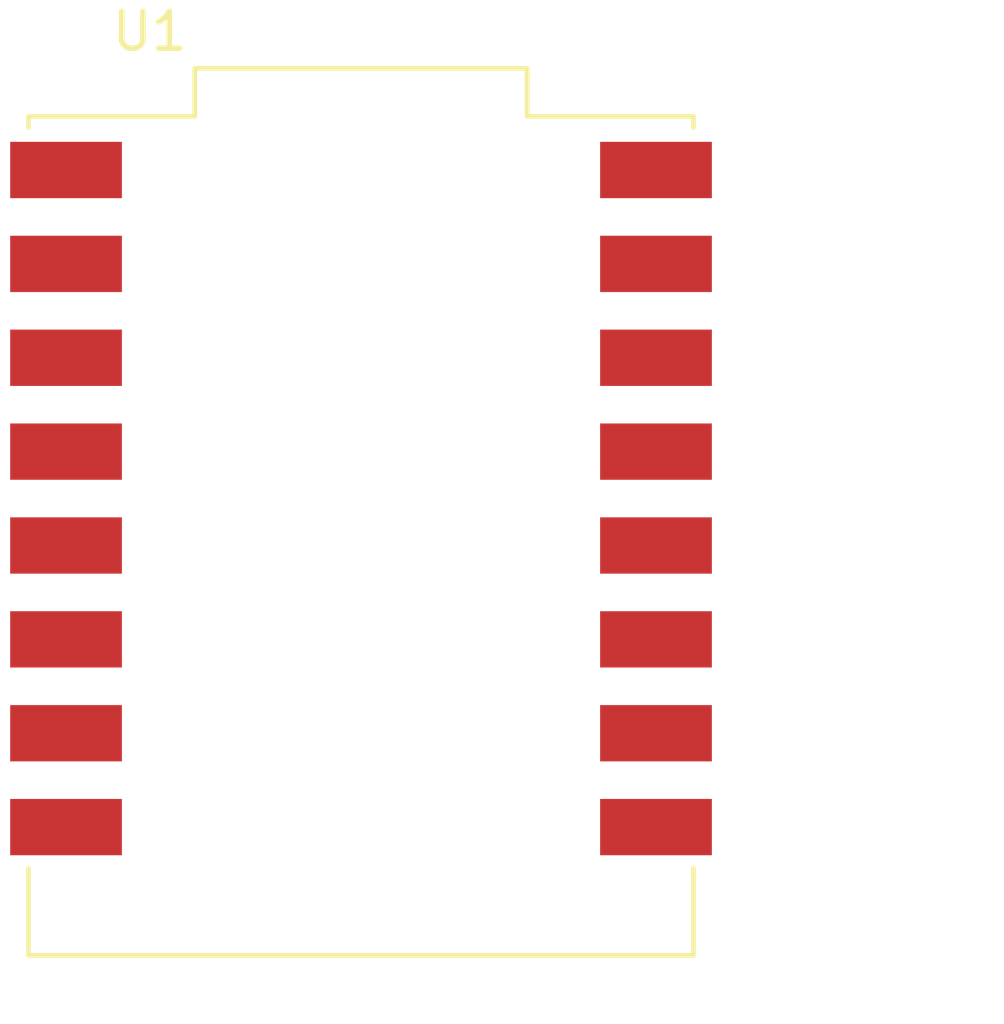
<source format=kicad_pcb>
(kicad_pcb (version 20241229) (generator "pcbnew") (generator_version "9.0")
  (layers (0 "F.Cu" signal) (2 "B.Cu" signal) (13 "F.Paste" user) (15 "B.Paste" user) (5 "F.SilkS" user "F.Silkscreen") (7 "B.SilkS" user "B.Silkscreen") (1 "F.Mask" user) (3 "B.Mask" user) (25 "Edge.Cuts" user))
  (net 0 "")
  (footprint "ESP32-C3_SUPERMINI_SMD:MODULE_ESP32-C3_SUPERMINI" (layer "F.Cu") (at 117.515 67.62)
    (property "Reference" "U1" (at -5.715 -13.6525 0) (layer "F.SilkS"))
    (property "Value" "ESP32-C3_SUPERMINI_SMD")
    (fp_line (start -9 -11.05) (end -9 -11.35) (stroke (width 0.127)) (layer "F.SilkS"))
    (fp_line (start -9 11.35) (end -9 9) (stroke (width 0.127)) (layer "F.SilkS"))
    (fp_line (start -4.5 -12.65) (end -4.5 -11.35) (stroke (width 0.127)) (layer "F.SilkS"))
    (fp_line (start -4.5 -11.35) (end -9 -11.35) (stroke (width 0.127)) (layer "F.SilkS"))
    (fp_line (start 4.5 -12.65) (end -4.5 -12.65) (stroke (width 0.127)) (layer "F.SilkS"))
    (fp_line (start 4.5 -12.65) (end 4.5 -11.35) (stroke (width 0.127)) (layer "F.SilkS"))
    (fp_line (start 9 -11.35) (end 4.5 -11.35) (stroke (width 0.127)) (layer "F.SilkS"))
    (fp_line (start 9 -11.05) (end 9 -11.35) (stroke (width 0.127)) (layer "F.SilkS"))
    (fp_line (start 9 11.35) (end -9 11.35) (stroke (width 0.127)) (layer "F.SilkS"))
    (fp_line (start 9 11.35) (end 9 9) (stroke (width 0.127)) (layer "F.SilkS"))
    (pad "0" smd rect (at 7.985 7.88) (size 3.025 1.524) (layers "F.Cu" "F.Mask" "F.Paste"))
    (pad "1" smd rect (at 7.985 5.34) (size 3.025 1.524) (layers "F.Cu" "F.Mask" "F.Paste"))
    (pad "2" smd rect (at 7.985 2.8) (size 3.025 1.524) (layers "F.Cu" "F.Mask" "F.Paste"))
    (pad "3" smd rect (at 7.985 0.26) (size 3.025 1.524) (layers "F.Cu" "F.Mask" "F.Paste"))
    (pad "3.3" smd rect (at 7.985 -4.82) (size 3.025 1.524) (layers "F.Cu" "F.Mask" "F.Paste"))
    (pad "4" smd rect (at 7.985 -2.28) (size 3.025 1.524) (layers "F.Cu" "F.Mask" "F.Paste"))
    (pad "5" smd rect (at -7.985 -9.9) (size 3.025 1.524) (layers "F.Cu" "F.Mask" "F.Paste"))
    (pad "5V" smd rect (at 7.985 -9.9) (size 3.025 1.524) (layers "F.Cu" "F.Mask" "F.Paste"))
    (pad "6" smd rect (at -7.985 -7.36) (size 3.025 1.524) (layers "F.Cu" "F.Mask" "F.Paste"))
    (pad "7" smd rect (at -7.985 -4.82) (size 3.025 1.524) (layers "F.Cu" "F.Mask" "F.Paste"))
    (pad "8" smd rect (at -7.985 -2.28) (size 3.025 1.524) (layers "F.Cu" "F.Mask" "F.Paste"))
    (pad "9" smd rect (at -7.985 0.26) (size 3.025 1.524) (layers "F.Cu" "F.Mask" "F.Paste"))
    (pad "10" smd rect (at -7.985 2.8) (size 3.025 1.524) (layers "F.Cu" "F.Mask" "F.Paste"))
    (pad "20" smd rect (at -7.985 5.34) (size 3.025 1.524) (layers "F.Cu" "F.Mask" "F.Paste"))
    (pad "21" smd rect (at -7.985 7.88) (size 3.025 1.524) (layers "F.Cu" "F.Mask" "F.Paste"))
    (pad "G" smd rect (at 7.985 -7.36) (size 3.025 1.524) (layers "F.Cu" "F.Mask" "F.Paste"))
  )
)
</source>
